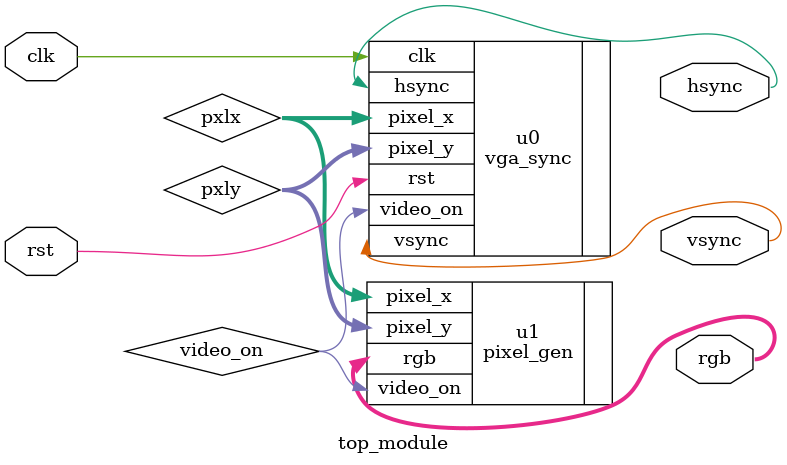
<source format=v>
`timescale 1ns / 1ps
module top_module(clk, rst, hsync, vsync, rgb);
   // Inputs
   input         clk, rst;
   
   // Outputs
   output        hsync, vsync;
   output [11:0] rgb;
   
   // Wires
   wire          video_on;
   wire   [9:0]  pxlx;
   wire   [9:0]  pxly;
   wire   [11:0] rgb_next;
   
   // Instantiations
   vga_sync   u0(.clk(clk),
                 .rst(rst),
                 .hsync(hsync),
                 .vsync(vsync),
                 .pixel_x(pxlx),
                 .pixel_y(pxly),
                 .video_on(video_on)
                 );
                 
    
    pixel_gen u1(.pixel_x(pxlx),
                 .pixel_y(pxly),
                 .video_on(video_on),
                 .rgb(rgb)
                 );

endmodule

</source>
